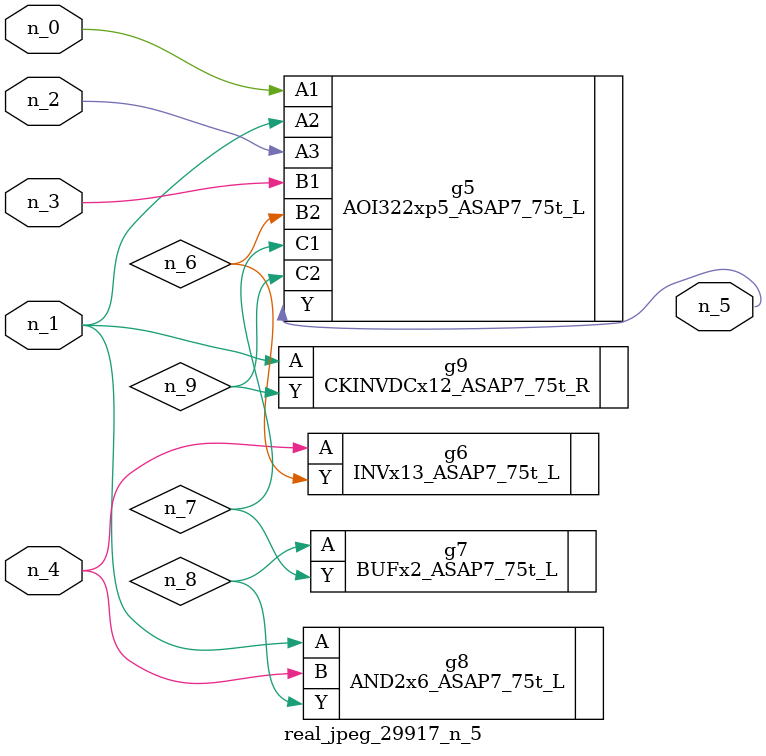
<source format=v>
module real_jpeg_29917_n_5 (n_4, n_0, n_1, n_2, n_3, n_5);

input n_4;
input n_0;
input n_1;
input n_2;
input n_3;

output n_5;

wire n_8;
wire n_6;
wire n_7;
wire n_9;

AOI322xp5_ASAP7_75t_L g5 ( 
.A1(n_0),
.A2(n_1),
.A3(n_2),
.B1(n_3),
.B2(n_6),
.C1(n_7),
.C2(n_9),
.Y(n_5)
);

AND2x6_ASAP7_75t_L g8 ( 
.A(n_1),
.B(n_4),
.Y(n_8)
);

CKINVDCx12_ASAP7_75t_R g9 ( 
.A(n_1),
.Y(n_9)
);

INVx13_ASAP7_75t_L g6 ( 
.A(n_4),
.Y(n_6)
);

BUFx2_ASAP7_75t_L g7 ( 
.A(n_8),
.Y(n_7)
);


endmodule
</source>
